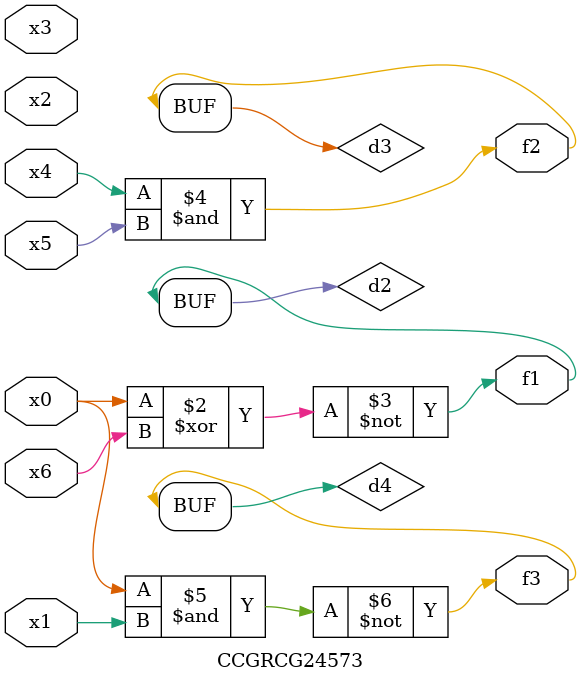
<source format=v>
module CCGRCG24573(
	input x0, x1, x2, x3, x4, x5, x6,
	output f1, f2, f3
);

	wire d1, d2, d3, d4;

	nor (d1, x0);
	xnor (d2, x0, x6);
	and (d3, x4, x5);
	nand (d4, x0, x1);
	assign f1 = d2;
	assign f2 = d3;
	assign f3 = d4;
endmodule

</source>
